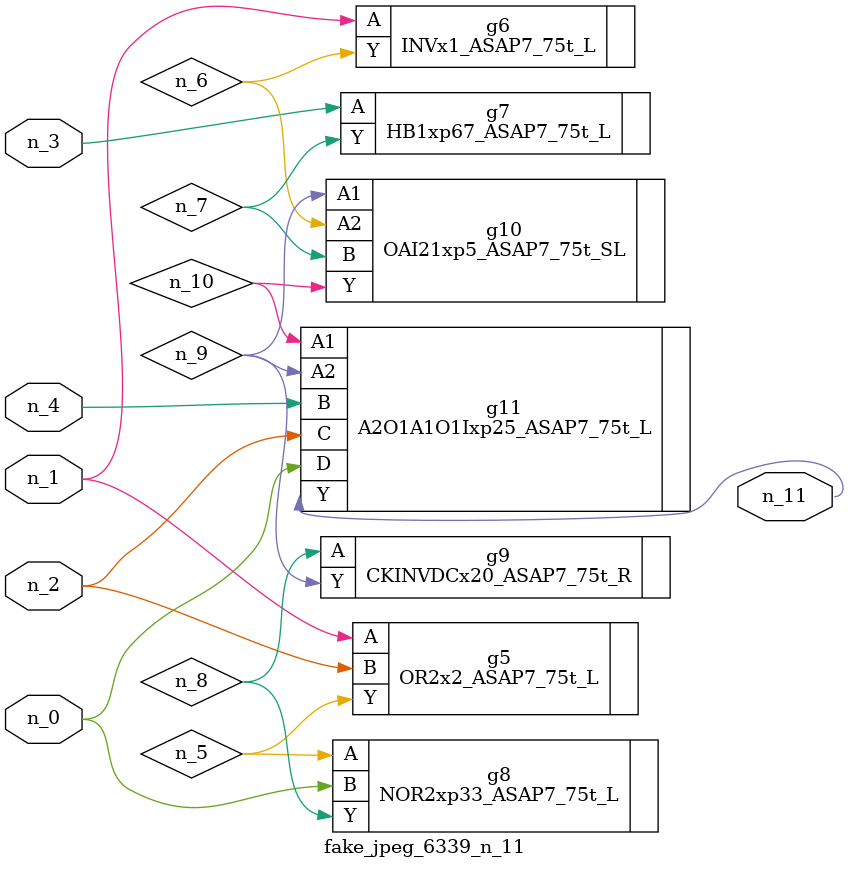
<source format=v>
module fake_jpeg_6339_n_11 (n_3, n_2, n_1, n_0, n_4, n_11);

input n_3;
input n_2;
input n_1;
input n_0;
input n_4;

output n_11;

wire n_10;
wire n_8;
wire n_9;
wire n_6;
wire n_5;
wire n_7;

OR2x2_ASAP7_75t_L g5 ( 
.A(n_1),
.B(n_2),
.Y(n_5)
);

INVx1_ASAP7_75t_L g6 ( 
.A(n_1),
.Y(n_6)
);

HB1xp67_ASAP7_75t_L g7 ( 
.A(n_3),
.Y(n_7)
);

NOR2xp33_ASAP7_75t_L g8 ( 
.A(n_5),
.B(n_0),
.Y(n_8)
);

CKINVDCx20_ASAP7_75t_R g9 ( 
.A(n_8),
.Y(n_9)
);

OAI21xp5_ASAP7_75t_SL g10 ( 
.A1(n_9),
.A2(n_6),
.B(n_7),
.Y(n_10)
);

A2O1A1O1Ixp25_ASAP7_75t_L g11 ( 
.A1(n_10),
.A2(n_9),
.B(n_4),
.C(n_2),
.D(n_0),
.Y(n_11)
);


endmodule
</source>
